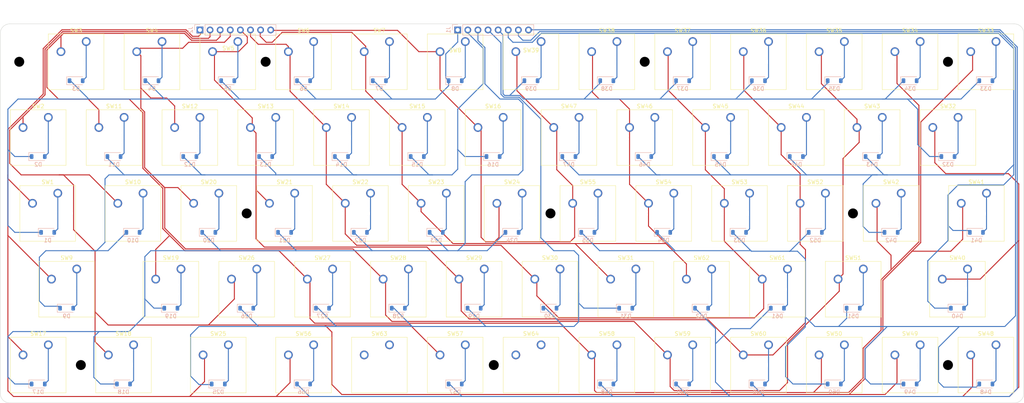
<source format=kicad_pcb>
(kicad_pcb (version 20221018) (generator pcbnew)

  (general
    (thickness 1.6)
  )

  (paper "A3")
  (layers
    (0 "F.Cu" signal)
    (31 "B.Cu" signal)
    (32 "B.Adhes" user "B.Adhesive")
    (33 "F.Adhes" user "F.Adhesive")
    (34 "B.Paste" user)
    (35 "F.Paste" user)
    (36 "B.SilkS" user "B.Silkscreen")
    (37 "F.SilkS" user "F.Silkscreen")
    (38 "B.Mask" user)
    (39 "F.Mask" user)
    (40 "Dwgs.User" user "User.Drawings")
    (41 "Cmts.User" user "User.Comments")
    (42 "Eco1.User" user "User.Eco1")
    (43 "Eco2.User" user "User.Eco2")
    (44 "Edge.Cuts" user)
    (45 "Margin" user)
    (46 "B.CrtYd" user "B.Courtyard")
    (47 "F.CrtYd" user "F.Courtyard")
    (48 "B.Fab" user)
    (49 "F.Fab" user)
    (50 "User.1" user)
    (51 "User.2" user)
    (52 "User.3" user)
    (53 "User.4" user)
    (54 "User.5" user)
    (55 "User.6" user)
    (56 "User.7" user)
    (57 "User.8" user)
    (58 "User.9" user)
  )

  (setup
    (pad_to_mask_clearance 0)
    (aux_axis_origin 83.185 188.11875)
    (grid_origin 83.185 188.11875)
    (pcbplotparams
      (layerselection 0x00010fc_ffffffff)
      (plot_on_all_layers_selection 0x0000000_00000000)
      (disableapertmacros false)
      (usegerberextensions false)
      (usegerberattributes true)
      (usegerberadvancedattributes true)
      (creategerberjobfile true)
      (dashed_line_dash_ratio 12.000000)
      (dashed_line_gap_ratio 3.000000)
      (svgprecision 4)
      (plotframeref false)
      (viasonmask false)
      (mode 1)
      (useauxorigin false)
      (hpglpennumber 1)
      (hpglpenspeed 20)
      (hpglpendiameter 15.000000)
      (dxfpolygonmode true)
      (dxfimperialunits true)
      (dxfusepcbnewfont true)
      (psnegative false)
      (psa4output false)
      (plotreference true)
      (plotvalue true)
      (plotinvisibletext false)
      (sketchpadsonfab false)
      (subtractmaskfromsilk false)
      (outputformat 1)
      (mirror false)
      (drillshape 1)
      (scaleselection 1)
      (outputdirectory "")
    )
  )

  (net 0 "")
  (net 1 "Net-(D1-K)")
  (net 2 "Net-(D1-A)")
  (net 3 "Net-(D10-A)")
  (net 4 "Net-(D10-K)")
  (net 5 "Net-(D17-K)")
  (net 6 "Net-(D17-A)")
  (net 7 "Net-(D25-K)")
  (net 8 "Net-(D25-A)")
  (net 9 "Net-(D32-K)")
  (net 10 "Net-(D33-A)")
  (net 11 "Net-(D40-K)")
  (net 12 "Net-(D41-A)")
  (net 13 "Net-(D48-K)")
  (net 14 "Net-(D49-A)")
  (net 15 "Net-(D56-K)")
  (net 16 "Net-(D56-A)")
  (net 17 "Net-(J2-Pin_1)")
  (net 18 "Net-(J2-Pin_2)")
  (net 19 "Net-(J2-Pin_3)")
  (net 20 "Net-(J2-Pin_4)")
  (net 21 "Net-(J2-Pin_5)")
  (net 22 "Net-(J2-Pin_6)")
  (net 23 "Net-(J2-Pin_7)")
  (net 24 "Net-(J2-Pin_8)")
  (net 25 "unconnected-(SW63-Pad1)")
  (net 26 "unconnected-(SW63-Pad2)")
  (net 27 "unconnected-(SW64-Pad1)")
  (net 28 "unconnected-(SW64-Pad2)")
  (net 29 "Net-(D2-A)")
  (net 30 "Net-(D3-A)")
  (net 31 "Net-(D4-A)")
  (net 32 "Net-(D5-A)")
  (net 33 "Net-(D6-A)")
  (net 34 "Net-(D7-A)")
  (net 35 "Net-(D8-A)")
  (net 36 "Net-(D9-A)")
  (net 37 "Net-(D11-A)")
  (net 38 "Net-(D12-A)")
  (net 39 "Net-(D13-A)")
  (net 40 "Net-(D14-A)")
  (net 41 "Net-(D15-A)")
  (net 42 "Net-(D16-A)")
  (net 43 "Net-(D18-A)")
  (net 44 "Net-(D19-A)")
  (net 45 "Net-(D20-A)")
  (net 46 "Net-(D21-A)")
  (net 47 "Net-(D22-A)")
  (net 48 "Net-(D23-A)")
  (net 49 "Net-(D24-A)")
  (net 50 "Net-(D26-A)")
  (net 51 "Net-(D27-A)")
  (net 52 "Net-(D28-A)")
  (net 53 "Net-(D29-A)")
  (net 54 "Net-(D30-A)")
  (net 55 "Net-(D31-A)")
  (net 56 "Net-(D32-A)")
  (net 57 "Net-(D34-A)")
  (net 58 "Net-(D35-A)")
  (net 59 "Net-(D36-A)")
  (net 60 "Net-(D37-A)")
  (net 61 "Net-(D38-A)")
  (net 62 "Net-(D39-A)")
  (net 63 "Net-(D40-A)")
  (net 64 "Net-(D42-A)")
  (net 65 "Net-(D43-A)")
  (net 66 "Net-(D44-A)")
  (net 67 "Net-(D45-A)")
  (net 68 "Net-(D46-A)")
  (net 69 "Net-(D47-A)")
  (net 70 "Net-(D48-A)")
  (net 71 "Net-(D50-A)")
  (net 72 "Net-(D51-A)")
  (net 73 "Net-(D52-A)")
  (net 74 "Net-(D53-A)")
  (net 75 "Net-(D54-A)")
  (net 76 "Net-(D55-A)")
  (net 77 "Net-(D57-A)")
  (net 78 "Net-(D58-A)")
  (net 79 "Net-(D59-A)")
  (net 80 "Net-(D60-A)")
  (net 81 "Net-(D61-A)")
  (net 82 "Net-(D62-A)")

  (footprint "Button_Switch_Keyboard:SW_Cherry_MX_1.00u_PCB" (layer "F.Cu") (at 285.75 116.36375))

  (footprint "Button_Switch_Keyboard:SW_Cherry_MX_1.00u_PCB" (layer "F.Cu") (at 261.9375 154.46375))

  (footprint "Button_Switch_Keyboard:SW_Cherry_MX_1.00u_PCB" (layer "F.Cu") (at 114.3 116.36375))

  (footprint "Button_Switch_Keyboard:SW_Cherry_MX_1.00u_PCB" (layer "F.Cu") (at 252.4125 135.41375))

  (footprint "Button_Switch_Keyboard:SW_Cherry_MX_1.25u_PCB" (layer "F.Cu") (at 140.49375 173.51375))

  (footprint "Button_Switch_Keyboard:SW_Cherry_MX_1.00u_PCB" (layer "F.Cu") (at 276.225 173.51375))

  (footprint "Button_Switch_Keyboard:SW_Cherry_MX_1.00u_PCB" (layer "F.Cu") (at 257.175 97.31375))

  (footprint "Button_Switch_Keyboard:SW_Cherry_MX_1.00u_PCB" (layer "F.Cu") (at 214.3125 135.41375))

  (footprint "Button_Switch_Keyboard:SW_Cherry_MX_1.00u_PCB" (layer "F.Cu") (at 180.975 97.31375))

  (footprint "Button_Switch_Keyboard:SW_Cherry_MX_1.00u_PCB" (layer "F.Cu") (at 200.025 173.51375))

  (footprint "Button_Switch_Keyboard:SW_Cherry_MX_1.00u_PCB" (layer "F.Cu") (at 200.025 97.31375))

  (footprint "xantronix-z32:ScrewMount" (layer "F.Cu") (at 221.435 140.49375))

  (footprint "Button_Switch_Keyboard:SW_Cherry_MX_1.00u_PCB" (layer "F.Cu") (at 233.3625 135.41375))

  (footprint "Button_Switch_Keyboard:SW_Cherry_MX_1.00u_PCB" (layer "F.Cu") (at 304.8 116.36375))

  (footprint "xantronix-z32:ScrewMount" (layer "F.Cu") (at 149.86 102.39375))

  (footprint "Button_Switch_Keyboard:SW_Cherry_MX_1.00u_PCB" (layer "F.Cu") (at 95.25 116.36375))

  (footprint "Button_Switch_Keyboard:SW_Cherry_MX_1.00u_PCB" (layer "F.Cu") (at 295.275 97.31375))

  (footprint "Button_Switch_Keyboard:SW_Cherry_MX_1.00u_PCB" (layer "F.Cu") (at 147.6375 154.46375))

  (footprint "Button_Switch_Keyboard:SW_Cherry_MX_1.00u_PCB" (layer "F.Cu") (at 152.4 116.36375))

  (footprint "Button_Switch_Keyboard:SW_Cherry_MX_1.00u_PCB" (layer "F.Cu") (at 290.5125 135.41375))

  (footprint "Button_Switch_Keyboard:SW_Cherry_MX_1.00u_PCB" (layer "F.Cu") (at 119.0625 135.41375))

  (footprint "Button_Switch_Keyboard:SW_Cherry_MX_1.00u_PCB" (layer "F.Cu") (at 142.875 97.31375))

  (footprint "Button_Switch_Keyboard:SW_Cherry_MX_1.00u_PCB" (layer "F.Cu") (at 276.225 97.31375))

  (footprint "Button_Switch_Keyboard:SW_Cherry_MX_1.00u_PCB" (layer "F.Cu") (at 323.85 116.36375))

  (footprint "Button_Switch_Keyboard:SW_Cherry_MX_1.00u_PCB" (layer "F.Cu") (at 309.5625 135.41375))

  (footprint "Button_Switch_Keyboard:SW_Cherry_MX_1.00u_PCB" (layer "F.Cu") (at 185.7375 154.46375))

  (footprint "Button_Switch_Keyboard:SW_Cherry_MX_1.25u_PCB" (layer "F.Cu") (at 97.63125 135.41375))

  (footprint "xantronix-z32:ScrewMount" (layer "F.Cu") (at 245.11 102.39375))

  (footprint "Button_Switch_Keyboard:SW_Cherry_MX_1.00u_PCB" (layer "F.Cu") (at 219.075 173.51375))

  (footprint "Button_Switch_Keyboard:SW_Cherry_MX_1.00u_PCB" (layer "F.Cu") (at 280.9875 154.46375))

  (footprint "Button_Switch_Keyboard:SW_Cherry_MX_1.00u_PCB" (layer "F.Cu") (at 204.7875 154.46375))

  (footprint "Button_Switch_Keyboard:SW_Cherry_MX_1.00u_PCB" (layer "F.Cu") (at 300.0375 154.46375))

  (footprint "Button_Switch_Keyboard:SW_Cherry_MX_1.00u_PCB" (layer "F.Cu") (at 247.65 116.36375))

  (footprint "Button_Switch_Keyboard:SW_Cherry_MX_1.00u_PCB" (layer "F.Cu") (at 257.175 173.51375))

  (footprint "Button_Switch_Keyboard:SW_Cherry_MX_1.00u_PCB" (layer "F.Cu") (at 133.35 116.36375))

  (footprint "xantronix-z32:ScrewMount" (layer "F.Cu") (at 145.0975 140.49375))

  (footprint "Button_Switch_Keyboard:SW_Cherry_MX_1.00u_PCB" (layer "F.Cu") (at 161.925 173.51375))

  (footprint "xantronix-z32:ScrewMount" (layer "F.Cu") (at 207.185 178.59375))

  (footprint "Button_Switch_Keyboard:SW_Cherry_MX_1.00u_PCB" (layer "F.Cu") (at 209.55 116.36375))

  (footprint "Button_Switch_Keyboard:SW_Cherry_MX_1.00u_PCB" (layer "F.Cu") (at 95.25 173.51375))

  (footprint "Button_Switch_Keyboard:SW_Cherry_MX_1.25u_PCB" (layer "F.Cu") (at 330.99375 135.41375))

  (footprint "Button_Switch_Keyboard:SW_Cherry_MX_1.00u_PCB" (layer "F.Cu") (at 128.5875 154.46375))

  (footprint "Button_Switch_Keyboard:SW_Cherry_MX_1.00u_PCB" (layer "F.Cu") (at 333.375 173.51375))

  (footprint "Button_Switch_Keyboard:SW_Cherry_MX_1.00u_PCB" (layer "F.Cu") (at 238.125 97.31375))

  (footprint "Button_Switch_Keyboard:SW_Cherry_MX_1.00u_PCB" (layer "F.Cu") (at 223.8375 154.46375))

  (footprint "Button_Switch_Keyboard:SW_Cherry_MX_1.00u_PCB" (layer "F.Cu")
    (tstamp 976cb9ce-e631-4a07-988d-d94dca76d087)
    (at 219.075 97.31375)
    (descr "Cherry MX keyswitch, 1.00u, PCB mount, http://cherryamericas.com/wp-content/uploads/2014/12/mx_cat.pdf")
    (tags "Cherry MX keyswitch 1.00u PCB")
    (property "Sheetfile" "xantronix-z32.kicad_sch")
    (property "Sheetname" "")
    (property "ki_description" "Push button switch, generic, two pins")
    (property "ki_keywords" "switch normally-open pushbutton push-button")
    (path "/851bf40d-2439-4374-84f7-bf723570f928")
    (attr through_hole)
    (fp_text reference "SW39" (at -2.54 2.18625) (layer "F.SilkS")
        (effects (font (size 1 1) (thickness 0.15)))
      (tstamp d5e10dfc-6c80-4c29-87ff-8f995c07bd44)
    )
    (fp_text value "SW_Push" (at -2.54 12.954) (layer "F.Fab")
        (effects (font (size 1 1) (thickness 0.15)))
      (tstamp 09951611-4cf2-4b94-8060-3eafc430344b)
    )
    (fp_text user "${REFERENCE}" (at -2.54 -2.794) (layer "F.Fab")
        (effects (font (size 1 1) (thickness 0.15)))
      (tstamp a262e151-c0b8-4ff0-8430-f583f8a38708)
    )
    (fp_line (start -9.525 -1.905) (end 4.445 -1.905)
      (stroke (width 0.12) (type solid)) (layer "F.SilkS") (tstamp b548ed35-5a1a-4059-95d4-1b1e5f394396))
    (fp_line (start -9.525 12.065) (end -9.525 -1.905)
      (stroke (width 0.12) (type solid)) (layer "F.SilkS") (tstamp a06d207f-8b8a-4cc1-9395-d3e39abde248))
    (fp_line (start 4.445 -1.905) (end 4.445 12.065)
      (stroke (width 0.12) (type solid)) (layer "F.SilkS") (tstamp cc4c0b89-9955-4917-9071-7131074328be))
    (fp_line (start 4.445 12.065) (end -9.525 12.065)
      (stroke (width 0.12) (type solid)) (layer "F.SilkS") (tstamp c6c228d9-aa6a-41c6-8616-05315a4ae560))
    (fp_line (start -12.065 -4.445) (end 6.985 -4.445)
      (stroke (width 0.15) (type solid)) (layer "Dwgs.User") (tstamp 8335b5a3-2bde-4bfa-86c4-bc21c73aefed))
    (fp_line (start -12.065 14.605) (end -12.065 -4.445)
      (stroke (width 0.15) (type solid)) (layer "Dwgs.User") (tstamp 06e700b3-c8f0-40e4-bf21-82da18a210d4))
    (fp_line (start 6.985 -4.445) (end 6.985 14.605)
      (stroke (width 0.15) (type solid)) (layer "Dwgs.User") (tstamp 9ac8fcee-e069-433e-b84a-1e12f2cec511))
    (fp_line (start 6.985 14.605) (end -12.065 14.605)
      (stroke (width 0.15) (type solid)) (layer "Dwgs.User") (tstamp 4c7c7e27-7da9-47bb-9684-0674038e6521))
    (fp_line (start -9.14 -1.52) (end 4.06 -1.52)
      (stroke (width 0.05) (type solid)) (layer "F.CrtYd") (tstamp d0cf5f43-6df8-4edd-9007-69c941e5986d))
    (fp_line (start -9.14 11.68) (end -9.14 -1.52)
      (stroke (width 0.05) (type solid)) (layer "F.CrtYd") (tstamp 2eedc4a6-be3d-4666-9b81-25eda5994de4))
    (fp_line (start 4.06 -1.52) (end 4.06 11.68)
      (stroke (width 0.05) (type solid)) (layer "F.CrtYd") (tstamp 26674f43-4792-425f-af12-6fe1794cd3ad))
    (fp_line (start 4.06 11.68) (end -9.14 11.68)
      (stroke (width 0.05) (type solid)) (layer "F.CrtYd") (tst
... [491623 chars truncated]
</source>
